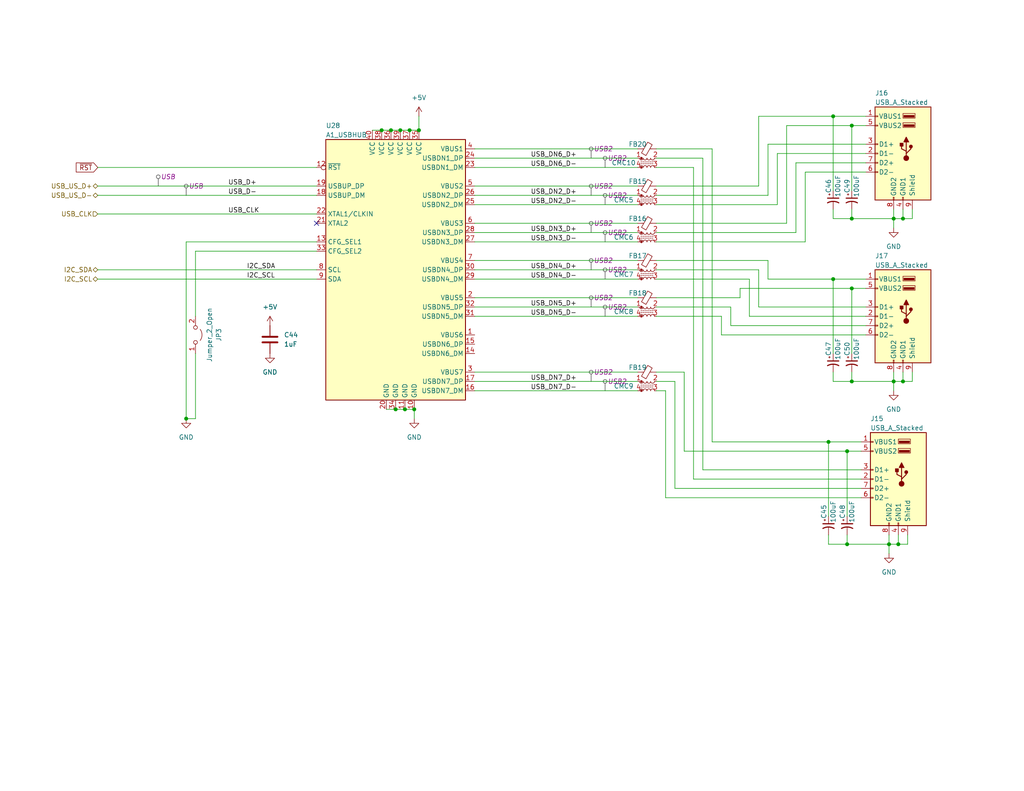
<source format=kicad_sch>
(kicad_sch (version 20231120) (generator "eeschema") (generator_version "8.0")
  (paper "A")
  (title_block (title "Anachron uATX USB HUB") (date "2024-02-07") (company "Modular Circuits"))
  (lib_symbols
    (symbol "Connector:USB_A_Stacked" (pin_names (offset 1.016))
      (property "Reference" "J" (at 0 15.875 0))
      (property "Value" "USB_A_Stacked" (at 0 13.97 0))
      (symbol "USB_A_Stacked_0_1"
        (rectangle (start -7.62 12.7) (end 7.62 -12.7) (stroke (width 0.254)) (fill (type background)))
        (circle (center -2.159 1.905) (radius 0.381) (stroke (width 0.254)) (fill (type outline)))
        (circle (center -0.889 -1.27) (radius 0.635) (stroke (width 0.254)) (fill (type outline)))
        (rectangle (start -0.254 7.366) (end -3.048 7.874) (fill (type outline)))
        (rectangle (start -0.254 9.906) (end -3.048 10.414) (fill (type outline)))
        (rectangle (start -0.127 -12.7) (end 0.127 -11.938))
        (polyline (pts (xy -1.524 3.175) (xy -0.254 3.175) (xy -0.889 4.445) (xy -1.524 3.175)) (stroke (width 0.254)) (fill (type outline)))
        (polyline (pts (xy -0.889 -0.635) (xy -0.889 0) (xy -2.159 1.27) (xy -2.159 1.905)) (stroke (width 0.254)))
        (polyline (pts (xy -0.889 0) (xy -0.889 0.635) (xy 0.381 1.27) (xy 0.381 2.54)) (stroke (width 0.254)))
        (rectangle (start 0 2.794) (end 0.762 2.032) (stroke (width 0.254)) (fill (type outline)))
        (rectangle (start 0 7.112) (end -3.302 8.382))
        (rectangle (start 0 9.652) (end -3.302 10.922))
        (rectangle (start 2.413 -12.7) (end 2.667 -11.938))
        (rectangle (start 7.62 -5.207) (end 6.858 -4.953))
        (rectangle (start 7.62 -2.667) (end 6.858 -2.413))
        (rectangle (start 7.62 -0.127) (end 6.858 0.127))
        (rectangle (start 7.62 2.413) (end 6.858 2.667))
        (rectangle (start 7.62 7.493) (end 6.858 7.747))
        (rectangle (start 7.62 10.033) (end 6.858 10.287))
      )
      (symbol "USB_A_Stacked_1_1"
        (polyline (pts (xy -0.889 0.635) (xy -0.889 3.175)) (stroke (width 0.254)))
        (pin power_in line (at 10.16 10.16 180) (length 2.54) (name "VBUS1") (number "1"))
        (pin bidirectional line (at 10.16 0 180) (length 2.54) (name "D1-") (number "2"))
        (pin bidirectional line (at 10.16 2.54 180) (length 2.54) (name "D1+") (number "3"))
        (pin power_in line (at 0 -15.24 90) (length 2.54) (name "GND1") (number "4"))
        (pin power_in line (at 10.16 7.62 180) (length 2.54) (name "VBUS2") (number "5"))
        (pin bidirectional line (at 10.16 -5.08 180) (length 2.54) (name "D2-") (number "6"))
        (pin bidirectional line (at 10.16 -2.54 180) (length 2.54) (name "D2+") (number "7"))
        (pin power_in line (at 2.54 -15.24 90) (length 2.54) (name "GND2") (number "8"))
        (pin passive line (at -2.54 -15.24 90) (length 2.54) (name "Shield") (number "9"))
      )
    )
    (symbol "Device:C" (pin_numbers hide) (pin_names (offset 0.254))
      (property "Reference" "C" (at 0.635 2.54 0))
      (property "Value" "C" (at 0.635 -2.54 0))
      (symbol "C_0_1"
        (polyline (pts (xy -2.032 -0.762) (xy 2.032 -0.762)) (stroke (width 0.508)))
        (polyline (pts (xy -2.032 0.762) (xy 2.032 0.762)) (stroke (width 0.508)))
      )
      (symbol "C_1_1"
        (pin passive line (at 0 3.81 270) (length 2.794) (name "~") (number "1"))
        (pin passive line (at 0 -3.81 90) (length 2.794) (name "~") (number "2"))
      )
    )
    (symbol "Device:C_Polarized_Small_US" (pin_numbers hide) (pin_names (offset 0.254) hide)
      (property "Reference" "C" (at 0.254 1.778 0))
      (property "Value" "C_Polarized_Small_US" (at 0.254 -2.032 0))
      (symbol "C_Polarized_Small_US_0_1"
        (polyline (pts (xy -1.524 0.508) (xy 1.524 0.508)) (stroke (width 0.3048)))
        (polyline (pts (xy -1.27 1.524) (xy -0.762 1.524)))
        (polyline (pts (xy -1.016 1.27) (xy -1.016 1.778)))
        (arc (start 1.524 -0.762) (mid 0 -0.3734) (end -1.524 -0.762) (stroke (width 0.3048)))
      )
      (symbol "C_Polarized_Small_US_1_1"
        (pin passive line (at 0 2.54 270) (length 2.032) (name "~") (number "1"))
        (pin passive line (at 0 -2.54 90) (length 2.032) (name "~") (number "2"))
      )
    )
    (symbol "Device:FerriteBead_Small" (pin_numbers hide) (pin_names (offset 0))
      (property "Reference" "FB" (at 1.905 1.27 0))
      (property "Value" "FerriteBead_Small" (at 1.905 -1.27 0))
      (symbol "FerriteBead_Small_0_1"
        (polyline (pts (xy 0 -1.27) (xy 0 -0.7874)))
        (polyline (pts (xy 0 0.889) (xy 0 1.2954)))
        (polyline (pts (xy -1.8288 0.2794) (xy -1.1176 1.4986) (xy 1.8288 -0.2032) (xy 1.1176 -1.4224) (xy -1.8288 0.2794)))
      )
      (symbol "FerriteBead_Small_1_1"
        (pin passive line (at 0 2.54 270) (length 1.27) (name "~") (number "1"))
        (pin passive line (at 0 -2.54 90) (length 1.27) (name "~") (number "2"))
      )
    )
    (symbol "Device:L_Ferrite_Coupled_Small_1243" (pin_names (offset 0.254) hide)
      (property "Reference" "L" (at 0 3.175 0))
      (property "Value" "L_Ferrite_Coupled_Small_1243" (at 0 -3.175 0))
      (symbol "L_Ferrite_Coupled_Small_1243_0_1"
        (arc (start -2.032 1.27) (mid -1.524 0.7642) (end -1.016 1.27))
        (circle (center -1.524 -1.27) (radius 0.254) (fill (type outline)))
        (circle (center -1.524 1.27) (radius 0.254) (fill (type outline)))
        (arc (start -1.016 -1.27) (mid -1.524 -0.7642) (end -2.032 -1.27))
        (arc (start -1.016 1.27) (mid -0.508 0.7642) (end 0 1.27))
        (arc (start 0 -1.27) (mid -0.508 -0.7642) (end -1.016 -1.27))
        (polyline (pts (xy -1.651 0.254) (xy -1.397 0.254)))
        (polyline (pts (xy -1.397 -0.254) (xy -1.651 -0.254)))
        (polyline (pts (xy -1.143 0.254) (xy -0.889 0.254)))
        (polyline (pts (xy -0.889 -0.254) (xy -1.143 -0.254)))
        (polyline (pts (xy -0.635 0.254) (xy -0.381 0.254)))
        (polyline (pts (xy -0.381 -0.254) (xy -0.635 -0.254)))
        (polyline (pts (xy -0.127 0.254) (xy 0.127 0.254)))
        (polyline (pts (xy 0.127 -0.254) (xy -0.127 -0.254)))
        (polyline (pts (xy 0.381 0.254) (xy 0.635 0.254)))
        (polyline (pts (xy 0.635 -0.254) (xy 0.381 -0.254)))
        (polyline (pts (xy 0.889 0.254) (xy 1.143 0.254)))
        (polyline (pts (xy 1.143 -0.254) (xy 0.889 -0.254)))
        (polyline (pts (xy 1.397 0.254) (xy 1.651 0.254)))
        (polyline (pts (xy 1.651 -0.254) (xy 1.397 -0.254)))
        (arc (start 0 1.27) (mid 0.508 0.7642) (end 1.016 1.27))
        (arc (start 1.016 -1.27) (mid 0.508 -0.7642) (end 0 -1.27))
        (arc (start 1.016 1.27) (mid 1.524 0.7642) (end 2.032 1.27))
        (arc (start 2.032 -1.27) (mid 1.524 -0.7642) (end 1.016 -1.27))
      )
      (symbol "L_Ferrite_Coupled_Small_1243_1_1"
        (pin passive line (at -2.54 1.27 0) (length 0.508) (name "1") (number "1"))
        (pin passive line (at 2.54 1.27 180) (length 0.508) (name "2") (number "2"))
        (pin passive line (at 2.54 -1.27 180) (length 0.508) (name "3") (number "3"))
        (pin passive line (at -2.54 -1.27 0) (length 0.508) (name "4") (number "4"))
      )
    )
    (symbol "Jumper:Jumper_2_Open" (pin_names (offset 0) hide)
      (property "Reference" "JP" (at 0 2.794 0))
      (property "Value" "Jumper_2_Open" (at 0 -2.286 0))
      (symbol "Jumper_2_Open_0_0"
        (circle (center -2.032 0) (radius 0.508))
        (circle (center 2.032 0) (radius 0.508))
      )
      (symbol "Jumper_2_Open_0_1"
        (arc (start 1.524 1.27) (mid 0 1.778) (end -1.524 1.27))
      )
      (symbol "Jumper_2_Open_1_1"
        (pin passive line (at -5.08 0 0) (length 2.54) (name "A") (number "1"))
        (pin passive line (at 5.08 0 180) (length 2.54) (name "B") (number "2"))
      )
    )
    (symbol "anachron:A1_USBHUB"
      (property "Reference" "U" (at 0 74.93 0))
      (property "Value" "A1_USBHUB" (at 5.08 72.39 0))
      (symbol "A1_USBHUB_0_0"
        (pin power_out line (at 40.64 17.78 180) (length 2.54) (name "VBUS6") (number "1"))
        (pin power_in line (at 24.13 -2.54 90) (length 2.54) (name "GND") (number "10"))
        (pin input inverted (at -2.54 63.5 0) (length 2.54) (name "~{RST}") (number "12"))
        (pin power_out line (at 40.64 27.94 180) (length 2.54) (name "VBUS5") (number "2"))
        (pin power_in line (at 16.51 -2.54 90) (length 2.54) (name "GND") (number "20"))
        (pin bidirectional line (at 40.64 63.5 180) (length 2.54) (name "USBDN1_DM") (number "23"))
        (pin bidirectional line (at 40.64 66.04 180) (length 2.54) (name "USBDN1_DP") (number "24"))
        (pin bidirectional line (at 40.64 53.34 180) (length 2.54) (name "USBDN2_DM") (number "25"))
        (pin bidirectional line (at 40.64 55.88 180) (length 2.54) (name "USBDN2_DP") (number "26"))
        (pin bidirectional line (at 40.64 43.18 180) (length 2.54) (name "USBDN3_DM") (number "27"))
        (pin bidirectional line (at 40.64 45.72 180) (length 2.54) (name "USBDN3_DP") (number "28"))
        (pin bidirectional line (at 40.64 33.02 180) (length 2.54) (name "USBDN4_DM") (number "29"))
        (pin power_out line (at 40.64 7.62 180) (length 2.54) (name "VBUS7") (number "3"))
        (pin bidirectional line (at 40.64 35.56 180) (length 2.54) (name "USBDN4_DP") (number "30"))
        (pin bidirectional line (at 40.64 22.86 180) (length 2.54) (name "USBDN5_DM") (number "31"))
        (pin bidirectional line (at 40.64 25.4 180) (length 2.54) (name "USBDN5_DP") (number "32"))
        (pin input line (at -2.54 40.64 0) (length 2.54) (name "CFG_SEL2") (number "33"))
        (pin power_in line (at 19.05 -2.54 90) (length 2.54) (name "GND") (number "34"))
        (pin power_in line (at 25.4 73.66 270) (length 2.54) (name "VCC") (number "35"))
        (pin power_in line (at 22.86 73.66 270) (length 2.54) (name "VCC") (number "37"))
        (pin power_in line (at 15.24 73.66 270) (length 2.54) (name "VCC") (number "38"))
        (pin power_in line (at 20.32 73.66 270) (length 2.54) (name "VCC") (number "39"))
        (pin power_out line (at 40.64 68.58 180) (length 2.54) (name "VBUS1") (number "4"))
        (pin power_out line (at 40.64 58.42 180) (length 2.54) (name "VBUS2") (number "5"))
        (pin power_out line (at 40.64 38.1 180) (length 2.54) (name "VBUS4") (number "7"))
        (pin bidirectional line (at -2.54 33.02 0) (length 2.54) (name "SDA") (number "9"))
      )
      (symbol "A1_USBHUB_0_1"
        (rectangle (start 0 71.12) (end 38.1 0) (stroke (width 0.254)) (fill (type background)))
      )
      (symbol "A1_USBHUB_1_0"
        (pin power_in line (at 21.59 -2.54 90) (length 2.54) (name "GND") (number "11"))
        (pin input line (at -2.54 43.18 0) (length 2.54) (name "CFG_SEL1") (number "13"))
        (pin bidirectional line (at 40.64 12.7 180) (length 2.54) (name "USBDN6_DM") (number "14"))
        (pin bidirectional line (at 40.64 15.24 180) (length 2.54) (name "USBDN6_DP") (number "15"))
        (pin bidirectional line (at 40.64 2.54 180) (length 2.54) (name "USBDN7_DM") (number "16"))
        (pin bidirectional line (at 40.64 5.08 180) (length 2.54) (name "USBDN7_DP") (number "17"))
        (pin bidirectional line (at -2.54 55.88 0) (length 2.54) (name "USBUP_DM") (number "18"))
        (pin bidirectional line (at -2.54 58.42 0) (length 2.54) (name "USBUP_DP") (number "19"))
        (pin output line (at -2.54 48.26 0) (length 2.54) (name "XTAL2") (number "21"))
        (pin input line (at -2.54 50.8 0) (length 2.54) (name "XTAL1/CLKIN") (number "22"))
        (pin power_in line (at 17.78 73.66 270) (length 2.54) (name "VCC") (number "36"))
        (pin power_in line (at 12.7 73.66 270) (length 2.54) (name "VCC") (number "40"))
        (pin power_out line (at 40.64 48.26 180) (length 2.54) (name "VBUS3") (number "6"))
        (pin bidirectional line (at -2.54 35.56 0) (length 2.54) (name "SCL") (number "8"))
      )
    )
    (symbol "power:+5V" (power) (pin_names (offset 0))
      (property "Value" "+5V" (at 0 3.556 0))
      (symbol "+5V_0_1"
        (polyline (pts (xy -0.762 1.27) (xy 0 2.54)))
        (polyline (pts (xy 0 0) (xy 0 2.54)))
        (polyline (pts (xy 0 2.54) (xy 0.762 1.27)))
      )
      (symbol "+5V_1_1"
        (pin power_in line (at 0 0 90) (length 0) hide (name "+5V") (number "1"))
      )
    )
    (symbol "power:GND" (power) (pin_names (offset 0))
      (property "Value" "GND" (at 0 -3.81 0))
      (symbol "GND_0_1"
        (polyline (pts (xy 0 0) (xy 0 -1.27) (xy 1.27 -1.27) (xy 0 -2.54) (xy -1.27 -1.27) (xy 0 -1.27)))
      )
      (symbol "GND_1_1"
        (pin power_in line (at 0 0 270) (length 0) hide (name "GND") (number "1"))
      )
    )
  )
  (junction (at 226.06 120.65))
  (junction (at 113.03 111.76))
  (junction (at 107.95 111.76))
  (junction (at 243.84 59.69))
  (junction (at 245.11 148.59))
  (junction (at 109.22 35.56))
  (junction (at 106.68 35.56))
  (junction (at 242.57 148.59))
  (junction (at 243.84 104.14))
  (junction (at 104.14 35.56))
  (junction (at 232.41 34.29))
  (junction (at 50.8 114.3))
  (junction (at 246.38 104.14))
  (junction (at 232.41 59.69))
  (junction (at 227.33 31.75))
  (junction (at 110.49 111.76))
  (junction (at 111.76 35.56))
  (junction (at 231.14 123.19))
  (junction (at 114.3 35.56))
  (junction (at 232.41 104.14))
  (junction (at 227.33 76.2))
  (junction (at 246.38 59.69))
  (junction (at 231.14 148.59))
  (junction (at 232.41 78.74))
  (no_connect (at 86.36 60.96))
  (wire (pts (xy 129.54 83.82) (xy 173.99 83.82)))
  (wire (pts (xy 243.84 104.14) (xy 243.84 106.68)))
  (wire (pts (xy 242.57 148.59) (xy 245.11 148.59)))
  (wire (pts (xy 129.54 71.12) (xy 173.99 71.12)))
  (wire (pts (xy 227.33 59.69) (xy 232.41 59.69)))
  (wire (pts (xy 219.71 66.04) (xy 179.07 66.04)))
  (wire (pts (xy 53.34 96.52) (xy 53.34 114.3)))
  (wire (pts (xy 232.41 57.15) (xy 232.41 59.69)))
  (wire (pts (xy 243.84 104.14) (xy 246.38 104.14)))
  (wire (pts (xy 226.06 148.59) (xy 231.14 148.59)))
  (wire (pts (xy 226.06 146.05) (xy 226.06 148.59)))
  (wire (pts (xy 186.69 101.6) (xy 179.07 101.6)))
  (wire (pts (xy 245.11 148.59) (xy 247.65 148.59)))
  (wire (pts (xy 232.41 104.14) (xy 243.84 104.14)))
  (wire (pts (xy 53.34 114.3) (xy 50.8 114.3)))
  (wire (pts (xy 227.33 76.2) (xy 236.22 76.2)))
  (wire (pts (xy 245.11 146.05) (xy 245.11 148.59)))
  (wire (pts (xy 129.54 45.72) (xy 173.99 45.72)))
  (wire (pts (xy 227.33 31.75) (xy 227.33 52.07)))
  (wire (pts (xy 53.34 68.58) (xy 53.34 86.36)))
  (wire (pts (xy 214.63 60.96) (xy 214.63 34.29)))
  (wire (pts (xy 106.68 35.56) (xy 109.22 35.56)))
  (wire (pts (xy 227.33 104.14) (xy 232.41 104.14)))
  (wire (pts (xy 111.76 35.56) (xy 114.3 35.56)))
  (wire (pts (xy 86.36 66.04) (xy 50.8 66.04)))
  (wire (pts (xy 26.67 73.66) (xy 86.36 73.66)))
  (wire (pts (xy 104.14 35.56) (xy 106.68 35.56)))
  (wire (pts (xy 179.07 76.2) (xy 204.47 76.2)))
  (wire (pts (xy 232.41 34.29) (xy 232.41 52.07)))
  (wire (pts (xy 107.95 111.76) (xy 110.49 111.76)))
  (wire (pts (xy 246.38 101.6) (xy 246.38 104.14)))
  (wire (pts (xy 129.54 76.2) (xy 173.99 76.2)))
  (wire (pts (xy 226.06 120.65) (xy 226.06 140.97)))
  (wire (pts (xy 226.06 120.65) (xy 234.95 120.65)))
  (wire (pts (xy 173.99 63.5) (xy 129.54 63.5)))
  (wire (pts (xy 129.54 86.36) (xy 173.99 86.36)))
  (wire (pts (xy 232.41 78.74) (xy 236.22 78.74)))
  (wire (pts (xy 110.49 111.76) (xy 113.03 111.76)))
  (wire (pts (xy 191.77 43.18) (xy 191.77 128.27)))
  (wire (pts (xy 129.54 106.68) (xy 173.99 106.68)))
  (wire (pts (xy 179.07 71.12) (xy 209.55 71.12)))
  (wire (pts (xy 129.54 73.66) (xy 173.99 73.66)))
  (wire (pts (xy 184.15 104.14) (xy 179.07 104.14)))
  (wire (pts (xy 179.07 73.66) (xy 207.01 73.66)))
  (wire (pts (xy 243.84 59.69) (xy 246.38 59.69)))
  (wire (pts (xy 173.99 66.04) (xy 129.54 66.04)))
  (wire (pts (xy 101.6 35.56) (xy 104.14 35.56)))
  (wire (pts (xy 113.03 111.76) (xy 113.03 114.3)))
  (wire (pts (xy 243.84 59.69) (xy 243.84 62.23)))
  (wire (pts (xy 242.57 148.59) (xy 242.57 151.13)))
  (wire (pts (xy 243.84 57.15) (xy 243.84 59.69)))
  (wire (pts (xy 209.55 53.34) (xy 179.07 53.34)))
  (wire (pts (xy 184.15 133.35) (xy 234.95 133.35)))
  (wire (pts (xy 209.55 39.37) (xy 209.55 53.34)))
  (wire (pts (xy 212.09 55.88) (xy 179.07 55.88)))
  (wire (pts (xy 189.23 45.72) (xy 189.23 130.81)))
  (wire (pts (xy 246.38 59.69) (xy 248.92 59.69)))
  (wire (pts (xy 179.07 50.8) (xy 207.01 50.8)))
  (wire (pts (xy 231.14 123.19) (xy 231.14 140.97)))
  (wire (pts (xy 236.22 41.91) (xy 212.09 41.91)))
  (wire (pts (xy 231.14 123.19) (xy 234.95 123.19)))
  (wire (pts (xy 179.07 86.36) (xy 196.85 86.36)))
  (wire (pts (xy 217.17 63.5) (xy 179.07 63.5)))
  (wire (pts (xy 232.41 78.74) (xy 232.41 96.52)))
  (wire (pts (xy 181.61 106.68) (xy 179.07 106.68)))
  (wire (pts (xy 191.77 128.27) (xy 234.95 128.27)))
  (wire (pts (xy 26.67 50.8) (xy 86.36 50.8)))
  (wire (pts (xy 246.38 104.14) (xy 248.92 104.14)))
  (wire (pts (xy 207.01 50.8) (xy 207.01 31.75)))
  (wire (pts (xy 109.22 35.56) (xy 111.76 35.56)))
  (wire (pts (xy 207.01 31.75) (xy 227.33 31.75)))
  (wire (pts (xy 189.23 45.72) (xy 179.07 45.72)))
  (wire (pts (xy 217.17 44.45) (xy 217.17 63.5)))
  (wire (pts (xy 129.54 43.18) (xy 173.99 43.18)))
  (wire (pts (xy 129.54 81.28) (xy 173.99 81.28)))
  (wire (pts (xy 129.54 101.6) (xy 173.99 101.6)))
  (wire (pts (xy 129.54 104.14) (xy 173.99 104.14)))
  (wire (pts (xy 207.01 83.82) (xy 207.01 73.66)))
  (wire (pts (xy 231.14 148.59) (xy 242.57 148.59)))
  (wire (pts (xy 86.36 53.34) (xy 26.67 53.34)))
  (wire (pts (xy 232.41 34.29) (xy 236.22 34.29)))
  (wire (pts (xy 199.39 88.9) (xy 236.22 88.9)))
  (wire (pts (xy 242.57 146.05) (xy 242.57 148.59)))
  (wire (pts (xy 179.07 81.28) (xy 201.93 81.28)))
  (wire (pts (xy 204.47 86.36) (xy 236.22 86.36)))
  (wire (pts (xy 246.38 57.15) (xy 246.38 59.69)))
  (wire (pts (xy 179.07 60.96) (xy 214.63 60.96)))
  (wire (pts (xy 209.55 76.2) (xy 209.55 71.12)))
  (wire (pts (xy 191.77 43.18) (xy 179.07 43.18)))
  (wire (pts (xy 181.61 135.89) (xy 234.95 135.89)))
  (wire (pts (xy 196.85 91.44) (xy 236.22 91.44)))
  (wire (pts (xy 232.41 101.6) (xy 232.41 104.14)))
  (wire (pts (xy 247.65 146.05) (xy 247.65 148.59)))
  (wire (pts (xy 212.09 41.91) (xy 212.09 55.88)))
  (wire (pts (xy 194.31 40.64) (xy 179.07 40.64)))
  (wire (pts (xy 236.22 46.99) (xy 219.71 46.99)))
  (wire (pts (xy 201.93 78.74) (xy 232.41 78.74)))
  (wire (pts (xy 114.3 31.75) (xy 114.3 35.56)))
  (wire (pts (xy 201.93 78.74) (xy 201.93 81.28)))
  (wire (pts (xy 199.39 88.9) (xy 199.39 83.82)))
  (wire (pts (xy 181.61 106.68) (xy 181.61 135.89)))
  (wire (pts (xy 196.85 91.44) (xy 196.85 86.36)))
  (wire (pts (xy 204.47 86.36) (xy 204.47 76.2)))
  (wire (pts (xy 179.07 83.82) (xy 199.39 83.82)))
  (wire (pts (xy 26.67 58.42) (xy 86.36 58.42)))
  (wire (pts (xy 186.69 101.6) (xy 186.69 123.19)))
  (wire (pts (xy 105.41 111.76) (xy 107.95 111.76)))
  (wire (pts (xy 194.31 40.64) (xy 194.31 120.65)))
  (wire (pts (xy 231.14 123.19) (xy 186.69 123.19)))
  (wire (pts (xy 232.41 59.69) (xy 243.84 59.69)))
  (wire (pts (xy 214.63 34.29) (xy 232.41 34.29)))
  (wire (pts (xy 227.33 31.75) (xy 236.22 31.75)))
  (wire (pts (xy 227.33 76.2) (xy 227.33 96.52)))
  (wire (pts (xy 194.31 120.65) (xy 226.06 120.65)))
  (wire (pts (xy 129.54 50.8) (xy 173.99 50.8)))
  (wire (pts (xy 248.92 57.15) (xy 248.92 59.69)))
  (wire (pts (xy 243.84 101.6) (xy 243.84 104.14)))
  (wire (pts (xy 248.92 101.6) (xy 248.92 104.14)))
  (wire (pts (xy 129.54 40.64) (xy 173.99 40.64)))
  (wire (pts (xy 209.55 76.2) (xy 227.33 76.2)))
  (wire (pts (xy 129.54 60.96) (xy 173.99 60.96)))
  (wire (pts (xy 207.01 83.82) (xy 236.22 83.82)))
  (wire (pts (xy 50.8 66.04) (xy 50.8 114.3)))
  (wire (pts (xy 173.99 53.34) (xy 129.54 53.34)))
  (wire (pts (xy 227.33 101.6) (xy 227.33 104.14)))
  (wire (pts (xy 236.22 44.45) (xy 217.17 44.45)))
  (wire (pts (xy 231.14 146.05) (xy 231.14 148.59)))
  (wire (pts (xy 173.99 55.88) (xy 129.54 55.88)))
  (wire (pts (xy 26.67 45.72) (xy 86.36 45.72)))
  (wire (pts (xy 227.33 57.15) (xy 227.33 59.69)))
  (wire (pts (xy 26.67 76.2) (xy 86.36 76.2)))
  (wire (pts (xy 236.22 39.37) (xy 209.55 39.37)))
  (wire (pts (xy 189.23 130.81) (xy 234.95 130.81)))
  (wire (pts (xy 86.36 68.58) (xy 53.34 68.58)))
  (wire (pts (xy 184.15 104.14) (xy 184.15 133.35)))
  (wire (pts (xy 219.71 46.99) (xy 219.71 66.04)))
  (label "USB_DN4_D+" (at 144.78 73.66 0))
  (label "USB_DN7_D-" (at 144.78 106.68 0))
  (label "USB_D-" (at 62.23 53.34 0))
  (label "I2C_SCL" (at 67.31 76.2 0))
  (label "USB_DN2_D+" (at 144.78 53.34 0))
  (label "USB_DN5_D-" (at 144.78 86.36 0))
  (label "USB_DN7_D+" (at 144.78 104.14 0))
  (label "USB_DN3_D+" (at 144.78 63.5 0))
  (label "USB_DN6_D-" (at 144.78 45.72 0))
  (label "USB_DN3_D-" (at 144.78 66.04 0))
  (label "USB_DN6_D+" (at 144.78 43.18 0))
  (label "I2C_SDA" (at 67.31 73.66 0))
  (label "USB_DN4_D-" (at 144.78 76.2 0))
  (label "USB_CLK" (at 62.23 58.42 0))
  (label "USB_DN5_D+" (at 144.78 83.82 0))
  (label "USB_D+" (at 62.23 50.8 0))
  (label "USB_DN2_D-" (at 144.78 55.88 0))
  (global_label "~{RST}" (shape input) (at 26.67 45.72 180) (property "Intersheetrefs" "${INTERSHEET_REFS}" (effects (hide yes))))
  (hierarchical_label "USB_US_D-" (shape bidirectional) (at 26.67 53.34 180))
  (hierarchical_label "USB_CLK" (shape input) (at 26.67 58.42 180))
  (hierarchical_label "I2C_SCL" (shape bidirectional) (at 26.67 76.2 180))
  (hierarchical_label "USB_US_D+" (shape bidirectional) (at 26.67 50.8 180))
  (hierarchical_label "I2C_SDA" (shape bidirectional) (at 26.67 73.66 180))
  (netclass_flag "" (length 2.54) (shape round) (at 165.1 106.68 0) (property "Netclass" "USB2" (at 165.7985 104.14 0) (effects (font (italic yes)) (justify left))))
  (netclass_flag "" (length 2.54) (shape round) (at 161.29 63.5 0) (property "Netclass" "USB2" (at 161.9885 60.96 0) (effects (font (italic yes)) (justify left))))
  (netclass_flag "" (length 2.54) (shape round) (at 161.29 83.82 0) (property "Netclass" "USB2" (at 161.9885 81.28 0) (effects (font (italic yes)) (justify left))))
  (netclass_flag "" (length 2.54) (shape round) (at 161.29 104.14 0) (property "Netclass" "USB2" (at 161.9885 101.6 0) (effects (font (italic yes)) (justify left))))
  (netclass_flag "" (length 2.54) (shape round) (at 165.1 55.88 0) (property "Netclass" "USB2" (at 165.7985 53.34 0) (effects (font (italic yes)) (justify left))))
  (netclass_flag "" (length 2.54) (shape round) (at 161.29 53.34 0) (property "Netclass" "USB2" (at 161.9885 50.8 0) (effects (font (italic yes)) (justify left))))
  (netclass_flag "" (length 2.54) (shape round) (at 50.8 53.34 0) (property "Netclass" "USB" (at 51.4985 50.8 0) (effects (font (italic yes)) (justify left))))
  (netclass_flag "" (length 2.54) (shape round) (at 43.18 50.8 0) (property "Netclass" "USB" (at 43.8785 48.26 0) (effects (font (italic yes)) (justify left))))
  (netclass_flag "" (length 2.54) (shape round) (at 165.1 45.72 0) (property "Netclass" "USB2" (at 165.7985 43.18 0) (effects (font (italic yes)) (justify left))))
  (netclass_flag "" (length 2.54) (shape round) (at 161.29 73.66 0) (property "Netclass" "USB2" (at 161.9885 71.12 0) (effects (font (italic yes)) (justify left))))
  (netclass_flag "" (length 2.54) (shape round) (at 165.1 66.04 0) (property "Netclass" "USB2" (at 165.7985 63.5 0) (effects (font (italic yes)) (justify left))))
  (netclass_flag "" (length 2.54) (shape round) (at 165.1 86.36 0) (property "Netclass" "USB2" (at 165.7985 83.82 0) (effects (font (italic yes)) (justify left))))
  (netclass_flag "" (length 2.54) (shape round) (at 165.1 76.2 0) (property "Netclass" "USB2" (at 165.7985 73.66 0) (effects (font (italic yes)) (justify left))))
  (netclass_flag "" (length 2.54) (shape round) (at 161.29 43.18 0) (property "Netclass" "USB2" (at 161.9885 40.64 0) (effects (font (italic yes)) (justify left))))
  (symbol (lib_id "power:GND") (at 242.57 151.13 0) (unit 1)
    (property "Reference" "#PWR0198" (effects (hide yes)))
    (property "Value" "GND" (at 242.57 156.21 0))
  )
  (symbol (lib_id "anachron:A1_USBHUB") (at 88.9 109.22 0) (unit 1)
    (property "Reference" "U28" (at 88.9 34.29 0) (effects (justify left)))
    (property "Value" "A1_USBHUB" (at 88.9 36.83 0) (effects (justify left)))
    (property "Footprint" "Package_DIP:DIP-40_W15.24mm_LongPads" (effects (hide yes)))
  )
  (symbol (lib_id "Device:L_Ferrite_Coupled_Small_1243") (at 176.53 54.61 0) (unit 1)
    (property "Reference" "CMC5" (at 170.18 54.61 0))
    (property "Value" "L_Ferrite_Coupled_Small" (effects (hide yes)))
    (property "Footprint" "anachron:SCM2012FS" (effects (hide yes)))
    (property "mpf#" "SCM2012FS751MDG" (effects (hide yes)))
  )
  (symbol (lib_id "Device:FerriteBead_Small") (at 176.53 71.12 90) (unit 1)
    (property "Reference" "FB17" (at 173.99 69.85 90))
    (property "Value" "FerriteBead_Small" (effects (hide yes)))
    (property "Footprint" "Inductor_THT:L_Axial_L7.0mm_D3.3mm_P2.54mm_Vertical_Fastron_MICC" (effects (hide yes)))
    (property "Datasheet" "https://www.we-online.com/components/products/datasheet/74276041.pdf" (effects (hide yes)))
    (property "mfp#" "74276041" (effects (hide yes)))
  )
  (symbol (lib_id "Connector:USB_A_Stacked") (at 246.38 41.91 0) (mirror y) (unit 1)
    (property "Reference" "J16" (at 238.76 25.4 0) (effects (justify right)))
    (property "Value" "USB_A_Stacked" (at 238.76 27.94 0) (effects (justify right)))
    (property "Footprint" "anachron:GCT_USB1035-XX-X-X-X-B_REVE" (effects (hide yes)))
    (property "Datasheet" " ~" (effects (hide yes)))
    (property "mpf#" "USB1035-GF-P-0-B-B" (effects (hide yes)))
  )
  (symbol (lib_id "Device:C_Polarized_Small_US") (at 227.33 54.61 0) (unit 1)
    (property "Reference" "C46" (at 226.06 50.8 90))
    (property "Value" "100uF" (at 228.6 50.8 90))
    (property "Footprint" "Capacitor_THT:CP_Radial_D5.0mm_P2.00mm" (effects (hide yes)))
  )
  (symbol (lib_id "Device:FerriteBead_Small") (at 176.53 81.28 90) (unit 1)
    (property "Reference" "FB18" (at 173.99 80.01 90))
    (property "Value" "FerriteBead_Small" (effects (hide yes)))
    (property "Footprint" "Inductor_THT:L_Axial_L7.0mm_D3.3mm_P2.54mm_Vertical_Fastron_MICC" (effects (hide yes)))
    (property "Datasheet" "https://www.we-online.com/components/products/datasheet/74276041.pdf" (effects (hide yes)))
    (property "mfp#" "74276041" (effects (hide yes)))
  )
  (symbol (lib_id "Device:FerriteBead_Small") (at 176.53 50.8 90) (unit 1)
    (property "Reference" "FB15" (at 173.99 49.53 90))
    (property "Value" "FerriteBead_Small" (effects (hide yes)))
    (property "Footprint" "Inductor_THT:L_Axial_L7.0mm_D3.3mm_P2.54mm_Vertical_Fastron_MICC" (effects (hide yes)))
    (property "Datasheet" "https://www.we-online.com/components/products/datasheet/74276041.pdf" (effects (hide yes)))
    (property "mfp#" "74276041" (effects (hide yes)))
  )
  (symbol (lib_id "Device:L_Ferrite_Coupled_Small_1243") (at 176.53 74.93 0) (unit 1)
    (property "Reference" "CMC7" (at 170.18 74.93 0))
    (property "Value" "L_Ferrite_Coupled_Small" (effects (hide yes)))
    (property "Footprint" "anachron:SCM2012FS" (effects (hide yes)))
    (property "mpf#" "SCM2012FS751MDG" (effects (hide yes)))
  )
  (symbol (lib_id "power:GND") (at 243.84 62.23 0) (unit 1)
    (property "Reference" "#PWR0199" (effects (hide yes)))
    (property "Value" "GND" (at 243.84 67.31 0))
  )
  (symbol (lib_id "Device:FerriteBead_Small") (at 176.53 60.96 90) (unit 1)
    (property "Reference" "FB16" (at 173.99 59.69 90))
    (property "Value" "FerriteBead_Small" (effects (hide yes)))
    (property "Footprint" "Inductor_THT:L_Axial_L7.0mm_D3.3mm_P2.54mm_Vertical_Fastron_MICC" (effects (hide yes)))
    (property "Datasheet" "https://www.we-online.com/components/products/datasheet/74276041.pdf" (effects (hide yes)))
    (property "mfp#" "74276041" (effects (hide yes)))
  )
  (symbol (lib_id "power:GND") (at 113.03 114.3 0) (unit 1)
    (property "Reference" "#PWR0196" (effects (hide yes)))
    (property "Value" "GND" (at 113.03 119.38 0))
  )
  (symbol (lib_id "power:GND") (at 50.8 114.3 0) (unit 1)
    (property "Reference" "#PWR0193" (effects (hide yes)))
    (property "Value" "GND" (at 50.8 119.38 0))
  )
  (symbol (lib_id "Connector:USB_A_Stacked") (at 246.38 86.36 0) (mirror y) (unit 1)
    (property "Reference" "J17" (at 238.76 69.85 0) (effects (justify right)))
    (property "Value" "USB_A_Stacked" (at 238.76 72.39 0) (effects (justify right)))
    (property "Footprint" "anachron:GCT_USB1035-XX-X-X-X-B_REVE" (effects (hide yes)))
    (property "Datasheet" " ~" (effects (hide yes)))
    (property "mpf#" "USB1035-GF-P-0-B-B" (effects (hide yes)))
  )
  (symbol (lib_id "Device:L_Ferrite_Coupled_Small_1243") (at 176.53 105.41 0) (unit 1)
    (property "Reference" "CMC9" (at 170.18 105.41 0))
    (property "Value" "L_Ferrite_Coupled_Small" (effects (hide yes)))
    (property "Footprint" "anachron:SCM2012FS" (effects (hide yes)))
    (property "mpf#" "SCM2012FS751MDG" (effects (hide yes)))
  )
  (symbol (lib_id "Device:C_Polarized_Small_US") (at 227.33 99.06 0) (unit 1)
    (property "Reference" "C47" (at 226.06 95.25 90))
    (property "Value" "100uF" (at 228.6 95.25 90))
    (property "Footprint" "Capacitor_THT:CP_Radial_D5.0mm_P2.00mm" (effects (hide yes)))
  )
  (symbol (lib_id "power:+5V") (at 114.3 31.75 0) (unit 1)
    (property "Reference" "#PWR0197" (effects (hide yes)))
    (property "Value" "+5V" (at 114.3 26.67 0))
  )
  (symbol (lib_id "power:+5V") (at 73.66 88.9 0) (unit 1)
    (property "Reference" "#PWR0194" (effects (hide yes)))
    (property "Value" "+5V" (at 73.66 83.82 0))
  )
  (symbol (lib_id "Jumper:Jumper_2_Open") (at 53.34 91.44 270) (mirror x) (unit 1)
    (property "Reference" "JP3" (at 59.69 91.44 0))
    (property "Value" "Jumper_2_Open" (at 57.15 91.44 0))
    (property "Footprint" "Connector_PinHeader_2.54mm:PinHeader_1x02_P2.54mm_Vertical" (effects (hide yes)))
  )
  (symbol (lib_id "power:GND") (at 73.66 96.52 0) (unit 1)
    (property "Reference" "#PWR0195" (effects (hide yes)))
    (property "Value" "GND" (at 73.66 101.6 0))
  )
  (symbol (lib_id "Device:L_Ferrite_Coupled_Small_1243") (at 176.53 64.77 0) (unit 1)
    (property "Reference" "CMC6" (at 170.18 64.77 0))
    (property "Value" "L_Ferrite_Coupled_Small" (effects (hide yes)))
    (property "Footprint" "anachron:SCM2012FS" (effects (hide yes)))
    (property "mpf#" "SCM2012FS751MDG" (effects (hide yes)))
  )
  (symbol (lib_id "Device:L_Ferrite_Coupled_Small_1243") (at 176.53 85.09 0) (unit 1)
    (property "Reference" "CMC8" (at 170.18 85.09 0))
    (property "Value" "L_Ferrite_Coupled_Small" (effects (hide yes)))
    (property "Footprint" "anachron:SCM2012FS" (effects (hide yes)))
    (property "mpf#" "SCM2012FS751MDG" (effects (hide yes)))
  )
  (symbol (lib_id "Device:C_Polarized_Small_US") (at 231.14 143.51 0) (unit 1)
    (property "Reference" "C48" (at 229.87 139.7 90))
    (property "Value" "100uF" (at 232.41 139.7 90))
    (property "Footprint" "Capacitor_THT:CP_Radial_D5.0mm_P2.00mm" (effects (hide yes)))
  )
  (symbol (lib_id "Device:FerriteBead_Small") (at 176.53 101.6 90) (unit 1)
    (property "Reference" "FB19" (at 173.99 100.33 90))
    (property "Value" "FerriteBead_Small" (effects (hide yes)))
    (property "Footprint" "Inductor_THT:L_Axial_L7.0mm_D3.3mm_P2.54mm_Vertical_Fastron_MICC" (effects (hide yes)))
    (property "Datasheet" "https://www.we-online.com/components/products/datasheet/74276041.pdf" (effects (hide yes)))
    (property "mfp#" "74276041" (effects (hide yes)))
  )
  (symbol (lib_id "Device:FerriteBead_Small") (at 176.53 40.64 90) (unit 1)
    (property "Reference" "FB20" (at 173.99 39.37 90))
    (property "Value" "FerriteBead_Small" (effects (hide yes)))
    (property "Footprint" "Inductor_THT:L_Axial_L7.0mm_D3.3mm_P2.54mm_Vertical_Fastron_MICC" (effects (hide yes)))
    (property "Datasheet" "https://www.we-online.com/components/products/datasheet/74276041.pdf" (effects (hide yes)))
    (property "mfp#" "74276041" (effects (hide yes)))
  )
  (symbol (lib_id "Device:C_Polarized_Small_US") (at 226.06 143.51 0) (unit 1)
    (property "Reference" "C45" (at 224.79 139.7 90))
    (property "Value" "100uF" (at 227.33 139.7 90))
    (property "Footprint" "Capacitor_THT:CP_Radial_D5.0mm_P2.00mm" (effects (hide yes)))
  )
  (symbol (lib_id "Device:L_Ferrite_Coupled_Small_1243") (at 176.53 44.45 0) (unit 1)
    (property "Reference" "CMC10" (at 170.18 44.45 0))
    (property "Value" "L_Ferrite_Coupled_Small" (effects (hide yes)))
    (property "Footprint" "anachron:SCM2012FS" (effects (hide yes)))
    (property "mpf#" "SCM2012FS751MDG" (effects (hide yes)))
  )
  (symbol (lib_id "Connector:USB_A_Stacked") (at 245.11 130.81 0) (mirror y) (unit 1)
    (property "Reference" "J15" (at 237.49 114.3 0) (effects (justify right)))
    (property "Value" "USB_A_Stacked" (at 237.49 116.84 0) (effects (justify right)))
    (property "Footprint" "anachron:GCT_USB1035-XX-X-X-X-B_REVE" (effects (hide yes)))
    (property "Datasheet" " ~" (effects (hide yes)))
    (property "mpf#" "USB1035-GF-P-0-B-B" (effects (hide yes)))
  )
  (symbol (lib_id "Device:C_Polarized_Small_US") (at 232.41 54.61 0) (unit 1)
    (property "Reference" "C49" (at 231.14 50.8 90))
    (property "Value" "100uF" (at 233.68 50.8 90))
    (property "Footprint" "Capacitor_THT:CP_Radial_D5.0mm_P2.00mm" (effects (hide yes)))
  )
  (symbol (lib_id "Device:C") (at 73.66 92.71 0) (unit 1)
    (property "Reference" "C44" (at 77.47 91.44 0) (effects (justify left)))
    (property "Value" "1uF" (at 77.47 93.98 0) (effects (justify left)))
    (property "Footprint" "Capacitor_THT:C_Disc_D4.7mm_W2.5mm_P5.00mm" (effects (hide yes)))
    (property "mpf#" "FG28X5R1H105KRT06" (effects (hide yes)))
  )
  (symbol (lib_id "power:GND") (at 243.84 106.68 0) (unit 1)
    (property "Reference" "#PWR0200" (effects (hide yes)))
    (property "Value" "GND" (at 243.84 111.76 0))
  )
  (symbol (lib_id "Device:C_Polarized_Small_US") (at 232.41 99.06 0) (unit 1)
    (property "Reference" "C50" (at 231.14 95.25 90))
    (property "Value" "100uF" (at 233.68 95.25 90))
    (property "Footprint" "Capacitor_THT:CP_Radial_D5.0mm_P2.00mm" (effects (hide yes)))
  )
)
</source>
